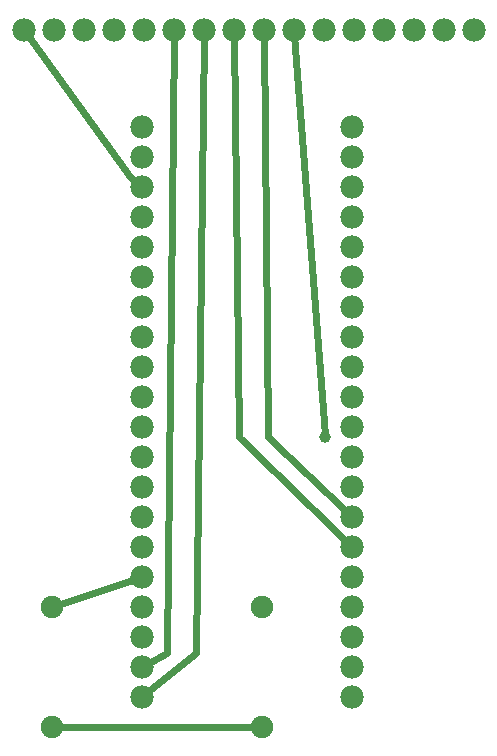
<source format=gtl>
G04 MADE WITH FRITZING*
G04 WWW.FRITZING.ORG*
G04 DOUBLE SIDED*
G04 HOLES PLATED*
G04 CONTOUR ON CENTER OF CONTOUR VECTOR*
%ASAXBY*%
%FSLAX23Y23*%
%MOIN*%
%OFA0B0*%
%SFA1.0B1.0*%
%ADD10C,0.075000*%
%ADD11C,0.039370*%
%ADD12C,0.078000*%
%ADD13C,0.024000*%
%LNCOPPER1*%
G90*
G70*
G54D10*
X1077Y729D03*
X1077Y329D03*
X1077Y729D03*
X1077Y329D03*
G54D11*
X1289Y1295D03*
G54D10*
X377Y729D03*
X377Y329D03*
G54D12*
X677Y2329D03*
X677Y2229D03*
X677Y2129D03*
X677Y2029D03*
X677Y1929D03*
X677Y1829D03*
X677Y1729D03*
X677Y1629D03*
X677Y1529D03*
X677Y1429D03*
X677Y1329D03*
X677Y1229D03*
X677Y1129D03*
X677Y1029D03*
X677Y929D03*
X677Y829D03*
X677Y729D03*
X677Y629D03*
X677Y529D03*
X677Y429D03*
X677Y2329D03*
X677Y2229D03*
X677Y2129D03*
X677Y2029D03*
X677Y1929D03*
X677Y1829D03*
X677Y1729D03*
X677Y1629D03*
X677Y1529D03*
X677Y1429D03*
X677Y1329D03*
X677Y1229D03*
X677Y1129D03*
X677Y1029D03*
X677Y929D03*
X677Y829D03*
X677Y729D03*
X677Y629D03*
X677Y529D03*
X677Y429D03*
X1377Y2329D03*
X1377Y2229D03*
X1377Y2129D03*
X1377Y2029D03*
X1377Y1929D03*
X1377Y1829D03*
X1377Y1729D03*
X1377Y1629D03*
X1377Y1529D03*
X1377Y1429D03*
X1377Y1329D03*
X1377Y1229D03*
X1377Y1129D03*
X1377Y1029D03*
X1377Y929D03*
X1377Y829D03*
X1377Y729D03*
X1377Y629D03*
X1377Y529D03*
X1377Y429D03*
X1377Y2329D03*
X1377Y2229D03*
X1377Y2129D03*
X1377Y2029D03*
X1377Y1929D03*
X1377Y1829D03*
X1377Y1729D03*
X1377Y1629D03*
X1377Y1529D03*
X1377Y1429D03*
X1377Y1329D03*
X1377Y1229D03*
X1377Y1129D03*
X1377Y1029D03*
X1377Y929D03*
X1377Y829D03*
X1377Y729D03*
X1377Y629D03*
X1377Y529D03*
X1377Y429D03*
X283Y2653D03*
X383Y2653D03*
X483Y2653D03*
X583Y2653D03*
X683Y2653D03*
X783Y2653D03*
X883Y2653D03*
X983Y2653D03*
X1083Y2653D03*
X1183Y2653D03*
X1283Y2653D03*
X1383Y2653D03*
X1483Y2653D03*
X1583Y2653D03*
X1683Y2653D03*
X1783Y2653D03*
G54D13*
X1059Y329D02*
X394Y329D01*
D02*
X659Y823D02*
X393Y735D01*
D02*
X641Y2159D02*
X294Y2638D01*
D02*
X662Y2141D02*
X641Y2159D01*
D02*
X1097Y1295D02*
X1363Y1042D01*
D02*
X1083Y2634D02*
X1097Y1295D01*
D02*
X783Y2634D02*
X761Y575D01*
D02*
X1363Y943D02*
X1001Y1295D01*
D02*
X761Y575D02*
X693Y538D01*
D02*
X691Y441D02*
X857Y575D01*
D02*
X1001Y1295D02*
X983Y2634D01*
D02*
X1288Y1303D02*
X1185Y2634D01*
D02*
X857Y575D02*
X883Y2634D01*
G04 End of Copper1*
M02*
</source>
